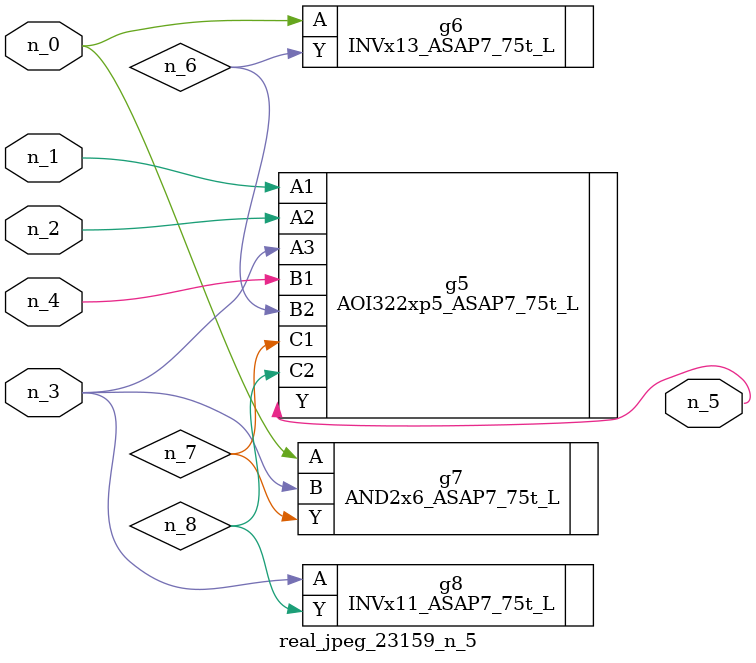
<source format=v>
module real_jpeg_23159_n_5 (n_4, n_0, n_1, n_2, n_3, n_5);

input n_4;
input n_0;
input n_1;
input n_2;
input n_3;

output n_5;

wire n_8;
wire n_6;
wire n_7;

INVx13_ASAP7_75t_L g6 ( 
.A(n_0),
.Y(n_6)
);

AND2x6_ASAP7_75t_L g7 ( 
.A(n_0),
.B(n_3),
.Y(n_7)
);

AOI322xp5_ASAP7_75t_L g5 ( 
.A1(n_1),
.A2(n_2),
.A3(n_3),
.B1(n_4),
.B2(n_6),
.C1(n_7),
.C2(n_8),
.Y(n_5)
);

INVx11_ASAP7_75t_L g8 ( 
.A(n_3),
.Y(n_8)
);


endmodule
</source>
